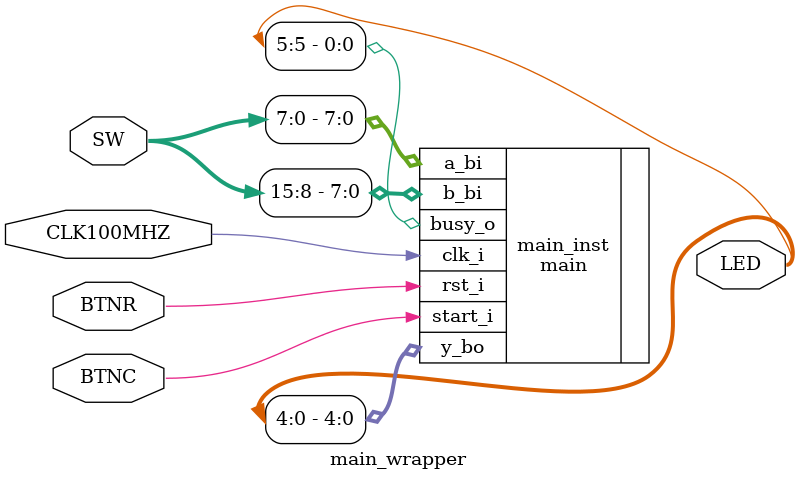
<source format=v>
`timescale 1ns / 1ps


module main_wrapper(
        input wire CLK100MHZ,
        input wire [15:0] SW,
        input wire BTNR,
        input wire BTNC,
        output wire [5:0] LED
    );
        
//    assign LED[8] = 1;
//    assign LED[7] = BTNR;
//    assign LED[6] = BTNC;

    main main_inst(
        .clk_i(CLK100MHZ),
        .rst_i(BTNR),
        .start_i(BTNC),
        .a_bi(SW[7:0]),
        .b_bi(SW[15:8]),
        
        .busy_o(LED[5]),
        .y_bo(LED[4:0]));
endmodule

</source>
